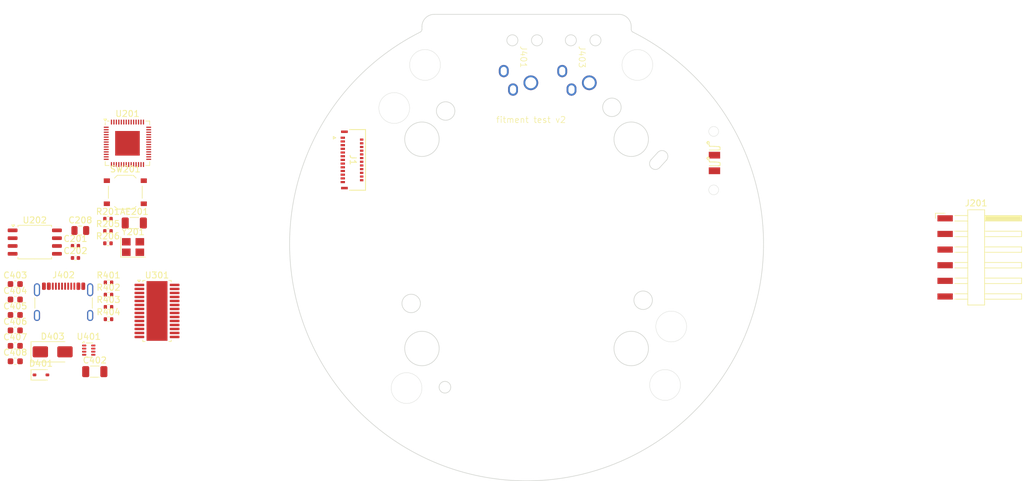
<source format=kicad_pcb>
(kicad_pcb (version 20240108) (generator "pcbnew") (generator_version "8.0")
  (layers (0 "F.Cu" signal) (1 "In1.Cu" signal) (2 "In2.Cu" signal) (31 "B.Cu" signal) (34 "B.Paste" user) (35 "F.Paste" user) (36 "B.SilkS" user "B.Silkscreen") (37 "F.SilkS" user "F.Silkscreen") (38 "B.Mask" user) (39 "F.Mask" user) (44 "Edge.Cuts" user))
  (net 0 "")
  (net 2 "PIN22")
  (net 3 "PIN9")
  (net 4 "PIN16")
  (net 5 "PIN17")
  (net 6 "PIN21")
  (net 7 "PIN14")
  (net 8 "PIN23")
  (net 9 "PIN1")
  (net 10 "PIN5")
  (net 11 "PIN19")
  (net 12 "PIN2")
  (net 13 "PIN12")
  (net 14 "PIN3")
  (net 15 "PIN20")
  (net 17 "PIN7")
  (net 18 "PIN13")
  (net 19 "PIN15")
  (net 20 "PIN11")
  (net 21 "PIN25")
  (net 22 "PIN6")
  (net 23 "PIN18")
  (net 24 "PIN10")
  (net 25 "PIN8")
  (net 26 "PIN4")
  (net 27 "PIN24")
  (net 29 "GND")
  (net 32 "Net-(AE201-FEED)")
  (net 33 "Net-(C201-Pad2)")
  (net 34 "SPI_DO")
  (net 35 "SPI_DI")
  (net 36 "VDD_SPI")
  (net 37 "SPI_CS0")
  (net 38 "SPI_HD")
  (net 39 "SPI_WP")
  (net 40 "SPI_CLK")
  (net 41 "USB-")
  (net 42 "/MCU/XTAL_N")
  (net 43 "/MCU/EN")
  (net 44 "+20V")
  (net 45 "/Power/BST")
  (net 46 "/Power/SW")
  (net 47 "+3V3")
  (net 48 "/Power/FB")
  (net 49 "Net-(D401-A)")
  (net 50 "/MCU/PROGRXD")
  (net 51 "3V3_RF")
  (net 52 "/MCU/GPIO0")
  (net 53 "/MCU/PROGTXD")
  (net 54 "Net-(J402-CC1)")
  (net 56 "Net-(J402-CC2)")
  (net 61 "3V3")
  (net 63 "/MCU/XTAL_P")
  (net 65 "USB+")
  (net 66 "I2S1_CLK")
  (net 70 "I2S1_SD")
  (net 72 "I2S0_SD")
  (net 74 "I2S1_FSYNC")
  (net 79 "I2C_SDL")
  (net 83 "ADR")
  (net 84 "PDN")
  (net 89 "I2C_SDA")
  (net 93 "Net-(U201-LNA_IN)")
  (net 94 "I2S0_CLK")
  (net 96 "I2S0_FSYNC")
  (net 100 "Net-(U301-OUT_B+)")
  (net 101 "Net-(U301-BST_A-)")
  (net 102 "Net-(U301-BST_A+)")
  (net 103 "PVDD")
  (net 104 "Net-(U301-VR_DIG)")
  (net 106 "Net-(U301-BST_B+)")
  (net 107 "Net-(U301-OUT_A+)")
  (net 108 "Net-(U301-BST_B-)")
  (net 109 "Net-(U301-AVDD)")
  (net 111 "Net-(U401-SS)")
  (footprint "Resistor_SMD:R_0402_1005Metric" (layer "F.Cu") (at 38.108168 78.159768)
    (property "Reference" "R205" (at 0 -1.17 0) (layer "F.SilkS"))
    (property "Value" "10k")
    (pad "1" smd roundrect (at -0.51 0) (size 0.54 0.64) (layers "F.Cu" "F.Paste" "F.Mask") (net 47 "+3V3"))
    (pad "2" smd roundrect (at 0.51 0) (size 0.54 0.64) (layers "F.Cu" "F.Paste" "F.Mask") (net 43 "/MCU/EN"))
  )
  (footprint "Capacitor_SMD:C_1206_3216Metric" (layer "F.Cu") (at 35.968168 100.999768)
    (property "Reference" "C402" (at 0 -1.85 0) (layer "F.SilkS"))
    (property "Value" "10u")
    (pad "1" smd roundrect (at -1.475 0) (size 1.15 1.8) (layers "F.Cu" "F.Paste" "F.Mask") (roundrect_rratio 0.217391) (net 44 "+20V"))
    (pad "2" smd roundrect (at 1.475 0) (size 1.15 1.8) (layers "F.Cu" "F.Paste" "F.Mask") (roundrect_rratio 0.217391) (net 29 "GND"))
  )
  (footprint "Resistor_SMD:R_0402_1005Metric" (layer "F.Cu") (at 38.108168 76.169768)
    (property "Reference" "R201" (at 0 -1.17 0) (layer "F.SilkS"))
    (property "Value" "22")
    (pad "1" smd roundrect (at -0.51 0) (size 0.54 0.64) (layers "F.Cu" "F.Paste" "F.Mask") (net 63 "/MCU/XTAL_P"))
    (pad "2" smd roundrect (at 0.51 0) (size 0.54 0.64) (layers "F.Cu" "F.Paste" "F.Mask") (net 33 "Net-(C201-Pad2)"))
  )
  (footprint "Resistor_SMD:R_0402_1005Metric" (layer "F.Cu") (at 38.198168 90.489768)
    (property "Reference" "R403" (at 0 -1.17 0) (layer "F.SilkS"))
    (property "Value" "68k")
    (pad "1" smd roundrect (at -0.51 0) (size 0.54 0.64) (layers "F.Cu" "F.Paste" "F.Mask") (net 48 "/Power/FB"))
    (pad "2" smd roundrect (at 0.51 0) (size 0.54 0.64) (layers "F.Cu" "F.Paste" "F.Mask") (net 47 "+3V3"))
  )
  (footprint "Capacitor_SMD:C_0603_1608Metric" (layer "F.Cu") (at 23.048168 89.279768)
    (property "Reference" "C404" (at 0 -1.43 0) (layer "F.SilkS"))
    (property "Value" "0.1u")
    (pad "1" smd roundrect (at -0.775 0) (size 0.9 0.95) (layers "F.Cu" "F.Paste" "F.Mask") (net 46 "/Power/SW"))
    (pad "2" smd roundrect (at 0.775 0) (size 0.9 0.95) (layers "F.Cu" "F.Paste" "F.Mask") (net 45 "/Power/BST"))
  )
  (footprint "Capacitor_SMD:C_1206_3216Metric" (layer "F.Cu") (at 42.388168 76.849768)
    (property "Reference" "AE201" (at 0 -1.85 0) (layer "F.SilkS"))
    (property "Value" "ANT3216LL00R2400A")
    (pad "1" smd roundrect (at -1.475 0) (size 1.15 1.8) (layers "F.Cu" "F.Paste" "F.Mask") (roundrect_rratio 0.217391) (net 32 "Net-(AE201-FEED)"))
    (pad "2" smd roundrect (at 1.475 0) (size 1.15 1.8) (layers "F.Cu" "F.Paste" "F.Mask") (roundrect_rratio 0.217391))
  )
  (footprint "Connector_USB:USB_C_Receptacle_GCT_USB4105-xx-A_16P_TopMnt_Horizontal" (layer "F.Cu") (at 30.898168 90.799768)
    (property "Reference" "J402" (at 0 -5.5 0) (layer "F.SilkS"))
    (property "Value" "USBC")
    (pad "" np_thru_hole circle (at -2.89 -2.605) (size 0.65 0.65) (drill 0.65) (layers "F&B.Cu" "*.Mask"))
    (pad "" np_thru_hole circle (at 2.89 -2.605) (size 0.65 0.65) (drill 0.65) (layers "F&B.Cu" "*.Mask"))
    (pad "A1" smd roundrect (at -3.2 -3.68) (size 0.6 1.15) (layers "F.Cu" "F.Paste" "F.Mask") (net 29 "GND"))
    (pad "A4" smd roundrect (at -2.4 -3.68) (size 0.6 1.15) (layers "F.Cu" "F.Paste" "F.Mask") (net 49 "Net-(D401-A)"))
    (pad "A5" smd roundrect (at -1.25 -3.68) (size 0.3 1.15) (layers "F.Cu" "F.Paste" "F.Mask") (net 54 "Net-(J402-CC1)"))
    (pad "A6" smd roundrect (at -0.25 -3.68) (size 0.3 1.15) (layers "F.Cu" "F.Paste" "F.Mask") (net 65 "USB+"))
    (pad "A7" smd roundrect (at 0.25 -3.68) (size 0.3 1.15) (layers "F.Cu" "F.Paste" "F.Mask") (net 41 "USB-"))
    (pad "A8" smd roundrect (at 1.25 -3.68) (size 0.3 1.15) (layers "F.Cu" "F.Paste" "F.Mask"))
    (pad "A9" smd roundrect (at 2.4 -3.68) (size 0.6 1.15) (layers "F.Cu" "F.Paste" "F.Mask") (net 49 "Net-(D401-A)"))
    (pad "A12" smd roundrect (at 3.2 -3.68) (size 0.6 1.15) (layers "F.Cu" "F.Paste" "F.Mask") (net 29 "GND"))
    (pad "B1" smd roundrect (at 3.2 -3.68) (size 0.6 1.15) (layers "F.Cu" "F.Paste" "F.Mask") (net 29 "GND"))
    (pad "B4" smd roundrect (at 2.4 -3.68) (size 0.6 1.15) (layers "F.Cu" "F.Paste" "F.Mask") (net 49 "Net-(D401-A)"))
    (pad "B5" smd roundrect (at 1.75 -3.68) (size 0.3 1.15) (layers "F.Cu" "F.Paste" "F.Mask") (net 56 "Net-(J402-CC2)"))
    (pad "B6" smd roundrect (at 0.75 -3.68) (size 0.3 1.15) (layers "F.Cu" "F.Paste" "F.Mask") (net 65 "USB+"))
    (pad "B7" smd roundrect (at -0.75 -3.68) (size 0.3 1.15) (layers "F.Cu" "F.Paste" "F.Mask") (net 41 "USB-"))
    (pad "B8" smd roundrect (at -1.75 -3.68) (size 0.3 1.15) (layers "F.Cu" "F.Paste" "F.Mask"))
    (pad "B9" smd roundrect (at -2.4 -3.68) (size 0.6 1.15) (layers "F.Cu" "F.Paste" "F.Mask") (net 49 "Net-(D401-A)"))
    (pad "B12" smd roundrect (at -3.2 -3.68) (size 0.6 1.15) (layers "F.Cu" "F.Paste" "F.Mask") (net 29 "GND"))
    (pad "S1" thru_hole oval (at -4.32 -3.105) (size 1 2.1) (drill oval 0.6 1.7) (layers "*.Cu" "*.Mask" "F.Paste"))
    (pad "S1" thru_hole oval (at -4.32 1.075) (size 1 1.8) (drill oval 0.6 1.4) (layers "*.Cu" "*.Mask" "F.Paste"))
    (pad "S1" thru_hole oval (at 4.32 -3.105) (size 1 2.1) (drill oval 0.6 1.7) (layers "*.Cu" "*.Mask" "F.Paste"))
    (pad "S1" thru_hole oval (at 4.32 1.075) (size 1 1.8) (drill oval 0.6 1.4) (layers "*.Cu" "*.Mask" "F.Paste"))
  )
  (footprint "Diode_SMD:D_SOD-323" (layer "F.Cu") (at 27.223168 101.529768)
    (property "Reference" "D401" (at 0 -1.85 0) (layer "F.SilkS"))
    (property "Value" "CUS05S40.H3F")
    (pad "1" smd roundrect (at -1.05 0) (size 0.6 0.45) (layers "F.Cu" "F.Paste" "F.Mask") (net 44 "+20V"))
    (pad "2" smd roundrect (at 1.05 0) (size 0.6 0.45) (layers "F.Cu" "F.Paste" "F.Mask") (net 49 "Net-(D401-A)"))
  )
  (footprint "Diode_SMD:D_SMA" (layer "F.Cu") (at 29.123168 97.779768)
    (property "Reference" "D403" (at 0 -2.5 0) (layer "F.SilkS"))
    (property "Value" "SMAJ22A")
    (pad "1" smd roundrect (at -2 0) (size 2.5 1.8) (layers "F.Cu" "F.Paste" "F.Mask") (roundrect_rratio 0.1388888889) (net 44 "+20V"))
    (pad "2" smd roundrect (at 2 0) (size 2.5 1.8) (layers "F.Cu" "F.Paste" "F.Mask") (roundrect_rratio 0.1388888889) (net 29 "GND"))
  )
  (footprint "Capacitor_SMD:C_0805_2012Metric" (layer "F.Cu") (at 33.618168 78.069768)
    (property "Reference" "C208" (at 0 -1.68 0) (layer "F.SilkS"))
    (property "Value" "10u")
    (pad "1" smd roundrect (at -0.95 0) (size 1 1.45) (layers "F.Cu" "F.Paste" "F.Mask") (net 29 "GND"))
    (pad "2" smd roundrect (at 0.95 0) (size 1 1.45) (layers "F.Cu" "F.Paste" "F.Mask") (net 43 "/MCU/EN"))
  )
  (footprint "Capacitor_SMD:C_0603_1608Metric" (layer "F.Cu") (at 23.048168 86.769768)
    (property "Reference" "C403" (at 0 -1.43 0) (layer "F.SilkS"))
    (property "Value" "100n")
    (pad "1" smd roundrect (at -0.775 0) (size 0.9 0.95) (layers "F.Cu" "F.Paste" "F.Mask") (net 29 "GND"))
    (pad "2" smd roundrect (at 0.775 0) (size 0.9 0.95) (layers "F.Cu" "F.Paste" "F.Mask") (net 44 "+20V"))
  )
  (footprint "Package_DFN_QFN:QFN-56-1EP_7x7mm_P0.4mm_EP4x4mm" (layer "F.Cu") (at 41.278168 63.899768)
    (property "Reference" "U201" (at 0 -4.8 0) (layer "F.SilkS"))
    (property "Value" "ESP32-S3R8")
    (pad "1" smd roundrect (at -3.45 -2.6) (size 0.8 0.2) (layers "F.Cu" "F.Paste" "F.Mask") (net 93 "Net-(U201-LNA_IN)"))
    (pad "2" smd roundrect (at -3.45 -2.2) (size 0.8 0.2) (layers "F.Cu" "F.Paste" "F.Mask") (net 51 "3V3_RF"))
    (pad "3" smd roundrect (at -3.45 -1.8) (size 0.8 0.2) (layers "F.Cu" "F.Paste" "F.Mask") (net 51 "3V3_RF"))
    (pad "4" smd roundrect (at -3.45 -1.4) (size 0.8 0.2) (layers "F.Cu" "F.Paste" "F.Mask") (net 43 "/MCU/EN"))
    (pad "5" smd roundrect (at -3.45 -1) (size 0.8 0.2) (layers "F.Cu" "F.Paste" "F.Mask") (net 52 "/MCU/GPIO0"))
    (pad "6" smd roundrect (at -3.45 -0.6) (size 0.8 0.2) (layers "F.Cu" "F.Paste" "F.Mask"))
    (pad "7" smd roundrect (at -3.45 -0.2) (size 0.8 0.2) (layers "F.Cu" "F.Paste" "F.Mask"))
    (pad "8" smd roundrect (at -3.45 0.2) (size 0.8 0.2) (layers "F.Cu" "F.Paste" "F.Mask"))
    (pad "9" smd roundrect (at -3.45 0.6) (size 0.8 0.2) (layers "F.Cu" "F.Paste" "F.Mask") (net 74 "I2S1_FSYNC"))
    (pad "10" smd roundrect (at -3.45 1) (size 0.8 0.2) (layers "F.Cu" "F.Paste" "F.Mask") (net 66 "I2S1_CLK"))
    (pad "11" smd roundrect (at -3.45 1.4) (size 0.8 0.2) (layers "F.Cu" "F.Paste" "F.Mask") (net 70 "I2S1_SD"))
    (pad "12" smd roundrect (at -3.45 1.8) (size 0.8 0.2) (layers "F.Cu" "F.Paste" "F.Mask"))
    (pad "13" smd roundrect (at -3.45 2.2) (size 0.8 0.2) (layers "F.Cu" "F.Paste" "F.Mask") (net 72 "I2S0_SD"))
    (pad "14" smd roundrect (at -3.45 2.6) (size 0.8 0.2) (layers "F.Cu" "F.Paste" "F.Mask") (net 94 "I2S0_CLK"))
    (pad "15" smd roundrect (at -2.6 3.45) (size 0.2 0.8) (layers "F.Cu" "F.Paste" "F.Mask") (net 96 "I2S0_FSYNC"))
    (pad "16" smd roundrect (at -2.2 3.45) (size 0.2 0.8) (layers "F.Cu" "F.Paste" "F.Mask"))
    (pad "17" smd roundrect (at -1.8 3.45) (size 0.2 0.8) (layers "F.Cu" "F.Paste" "F.Mask") (net 79 "I2C_SDL"))
    (pad "18" smd roundrect (at -1.4 3.45) (size 0.2 0.8) (layers "F.Cu" "F.Paste" "F.Mask") (net 89 "I2C_SDA"))
    (pad "19" smd roundrect (at -1 3.45) (size 0.2 0.8) (layers "F.Cu" "F.Paste" "F.Mask"))
    (pad "20" smd roundrect (at -0.6 3.45) (size 0.2 0.8) (layers "F.Cu" "F.Paste" "F.Mask") (net 61 "3V3"))
    (pad "21" smd roundrect (at -0.2 3.45) (size 0.2 0.8) (layers "F.Cu" "F.Paste" "F.Mask"))
    (pad "22" smd roundrect (at 0.2 3.45) (size 0.2 0.8) (layers "F.Cu" "F.Paste" "F.Mask"))
    (pad "23" smd roundrect (at 0.6 3.45) (size 0.2 0.8) (layers "F.Cu" "F.Paste" "F.Mask"))
    (pad "24" smd roundrect (at 1 3.45) (size 0.2 0.8) (layers "F.Cu" "F.Paste" "F.Mask"))
    (pad "25" smd roundrect (at 1.4 3.45) (size 0.2 0.8) (layers "F.Cu" "F.Paste" "F.Mask") (net 41 "USB-"))
    (pad "26" smd roundrect (at 1.8 3.45) (size 0.2 0.8) (layers "F.Cu" "F.Paste" "F.Mask") (net 65 "USB+"))
    (pad "27" smd roundrect (at 2.2 3.45) (size 0.2 0.8) (layers "F.Cu" "F.Paste" "F.Mask"))
    (pad "28" smd roundrect (at 2.6 3.45) (size 0.2 0.8) (layers "F.Cu" "F.Paste" "F.Mask"))
    (pad "29" smd roundrect (at 3.45 2.6) (size 0.8 0.2) (layers "F.Cu" "F.Paste" "F.Mask") (net 36 "VDD_SPI"))
    (pad "30" smd roundrect (at 3.45 2.2) (size 0.8 0.2) (layers "F.Cu" "F.Paste" "F.Mask") (net 38 "SPI_HD"))
    (pad "31" smd roundrect (at 3.45 1.8) (size 0.8 0.2) (layers "F.Cu" "F.Paste" "F.Mask") (net 39 "SPI_WP"))
    (pad "32" smd roundrect (at 3.45 1.4) (size 0.8 0.2) (layers "F.Cu" "F.Paste" "F.Mask") (net 37 "SPI_CS0"))
    (pad "33" smd roundrect (at 3.45 1) (size 0.8 0.2) (layers "F.Cu" "F.Paste" "F.Mask") (net 40 "SPI_CLK"))
    (pad "34" smd roundrect (at 3.45 0.6) (size 0.8 0.2) (layers "F.Cu" "F.Paste" "F.Mask") (net 34 "SPI_DO"))
    (pad "35" smd roundrect (at 3.45 0.2) (size 0.8 0.2) (layers "F.Cu" "F.Paste" "F.Mask") (net 35 "SPI_DI"))
    (pad "36" smd roundrect (at 3.45 -0.2) (size 0.8 0.2) (layers "F.Cu" "F.Paste" "F.Mask"))
    (pad "37" smd roundrect (at 3.45 -0.6) (size 0.8 0.2) (layers "F.Cu" "F.Paste" "F.Mask"))
    (pad "38" smd roundrect (at 3.45 -1) (size 0.8 0.2) (layers "F.Cu" "F.Paste" "F.Mask"))
    (pad "39" smd roundrect (at 3.45 -1.4) (size 0.8 0.2) (layers "F.Cu" "F.Paste" "F.Mask"))
    (pad "40" smd roundrect (at 3.45 -1.8) (size 0.8 0.2) (layers "F.Cu" "F.Paste" "F.Mask") (net 84 "PDN"))
    (pad "41" smd roundrect (at 3.45 -2.2) (size 0.8 0.2) (layers "F.Cu" "F.Paste" "F.Mask") (net 83 "ADR"))
    (pad "42" smd roundrect (at 3.45 -2.6) (size 0.8 0.2) (layers "F.Cu" "F.Paste" "F.Mask"))
    (pad "43" smd roundrect (at 2.6 -3.45) (size 0.2 0.8) (layers "F.Cu" "F.Paste" "F.Mask"))
    (pad "44" smd roundrect (at 2.2 -3.45) (size 0.2 0.8) (layers "F.Cu" "F.Paste" "F.Mask"))
    (pad "45" smd roundrect (at 1.8 -3.45) (size 0.2 0.8) (layers "F.Cu" "F.Paste" "F.Mask"))
    (pad "46" smd roundrect (at 1.4 -3.45) (size 0.2 0.8) (layers "F.Cu" "F.Paste" "F.Mask") (net 61 "3V3"))
    (pad "47" smd roundrect (at 1 -3.45) (size 0.2 0.8) (layers "F.Cu" "F.Paste" "F.Mask"))
    (pad "48" smd roundrect (at 0.6 -3.45) (size 0.2 0.8) (layers "F.Cu" "F.Paste" "F.Mask"))
    (pad "49" smd roundrect (at 0.2 -3.45) (size 0.2 0.8) (layers "F.Cu" "F.Paste" "F.Mask") (net 53 "/MCU/PROGTXD"))
    (pad "50" smd roundrect (at -0.2 -3.45) (size 0.2 0.8) (layers "F.Cu" "F.Paste" "F.Mask") (net 50 "/MCU/PROGRXD"))
    (pad "51" smd roundrect (at -0.6 -3.45) (size 0.2 0.8) (layers "F.Cu" "F.Paste" "F.Mask"))
    (pad "52" smd roundrect (at -1 -3.45) (size 0.2 0.8) (layers "F.Cu" "F.Paste" "F.Mask"))
    (pad "53" smd roundrect (at -1.4 -3.45) (size 0.2 0.8) (layers "F.Cu" "F.Paste" "F.Mask") (net 42 "/MCU/XTAL_N"))
    (pad "54" smd roundrect (at -1.8 -3.45) (size 0.2 0.8) (layers "F.Cu" "F.Paste" "F.Mask") (net 63 "/MCU/XTAL_P"))
    (pad "55" smd roundrect (at -2.2 -3.45) (size 0.2 0.8) (layers "F.Cu" "F.Paste" "F.Mask") (net 61 "3V3"))
    (pad "56" smd roundrect (at -2.6 -3.45) (size 0.2 0.8) (layers "F.Cu" "F.Paste" "F.Mask") (net 61 "3V3"))
    (pad "57" smd rect (at 0 0) (size 4 4) (property pad_prop_heatsink) (layers "F.Cu" "F.Mask") (net 29 "GND"))
  )
  (footprint "Crystal:Crystal_SMD_3225-4Pin_3.2x2.5mm" (layer "F.Cu") (at 42.188168 80.749768)
    (property "Reference" "Y201" (at 0 -2.45 0) (layer "F.SilkS"))
    (property "Value" "40MHz")
    (pad "1" smd rect (at -1.1 0.85) (size 1.4 1.2) (layers "F.Cu" "F.Paste" "F.Mask") (net 33 "Net-(C201-Pad2)"))
    (pad "2" smd rect (at 1.1 0.85) (size 1.4 1.2) (layers "F.Cu" "F.Paste" "F.Mask") (net 29 "GND"))
    (pad "3" smd rect (at 1.1 -0.85) (size 1.4 1.2) (layers "F.Cu" "F.Paste" "F.Mask") (net 42 "/MCU/XTAL_N"))
    (pad "4" smd rect (at -1.1 -0.85) (size 1.4 1.2) (layers "F.Cu" "F.Paste" "F.Mask") (net 29 "GND"))
  )
  (footprint "Capacitor_SMD:C_0402_1005Metric" (layer "F.Cu") (at 32.828168 82.529768)
    (property "Reference" "C202" (at 0 -1.16 0) (layer "F.SilkS"))
    (property "Value" "20pF")
    (pad "1" smd roundrect (at -0.48 0) (size 0.56 0.62) (layers "F.Cu" "F.Paste" "F.Mask") (net 29 "GND"))
    (pad "2" smd roundrect (at 0.48 0) (size 0.56 0.62) (layers "F.Cu" "F.Paste" "F.Mask") (net 42 "/MCU/XTAL_N"))
  )
  (footprint "Connector_Harwin:Harwin_M20-89006xx_1x06_P2.54mm_Horizontal" (layer "F.Cu") (at 179.647755 82.438749)
    (property "Reference" "J201" (at -0.48 -8.82 0) (layer "F.SilkS"))
    (property "Value" "eflashy32")
    (pad "" smd rect (at 3.895 -6.35) (size 6 0.76) (layers "F.SilkS"))
    (pad "1" smd rect (at -5.525 -6.35) (size 2.5 1) (layers "F.Cu" "F.Paste" "F.Mask") (net 29 "GND"))
    (pad "2" smd rect (at -5.525 -3.81) (size 2.5 1) (layers "F.Cu" "F.Paste" "F.Mask") (net 53 "/MCU/PROGTXD"))
    (pad "3" smd rect (at -5.525 -1.27) (size 2.5 1) (layers "F.Cu" "F.Paste" "F.Mask") (net 50 "/MCU/PROGRXD"))
    (pad "4" smd rect (at -5.525 1.27) (size 2.5 1) (layers "F.Cu" "F.Paste" "F.Mask") (net 47 "+3V3"))
    (pad "5" smd rect (at -5.525 3.81) (size 2.5 1) (layers "F.Cu" "F.Paste" "F.Mask") (net 43 "/MCU/EN"))
    (pad "6" smd rect (at -5.525 6.35) (size 2.5 1) (layers "F.Cu" "F.Paste" "F.Mask") (net 52 "/MCU/GPIO0"))
  )
  (footprint "alexa:SF2212" (layer "F.Cu") (at 136.647455 68.364621)
    (property "Reference" "J6" (hide yes))
    (property "Value" "SPK2")
    (pad "1" smd rect (at 0 0) (size 1.85 1.1) (layers "F.Cu" "F.Paste" "F.Mask"))
  )
  (footprint "Package_SO:TSSOP-28-1EP_4.4x9.7mm_P0.65mm_EP3.4x9.7mm_Mask3.1x4.05mm" (layer "F.Cu") (at 46.078168 91.139768)
    (property "Reference" "U301" (at 0 -5.8 0) (layer "F.SilkS"))
    (property "Value" "TAS5805M")
    (pad "1" smd roundrect (at -2.8625 -4.225) (size 1.575 0.4) (layers "F.Cu" "F.Paste" "F.Mask") (net 29 "GND"))
    (pad "2" smd roundrect (at -2.8625 -3.575) (size 1.575 0.4) (layers "F.Cu" "F.Paste" "F.Mask") (net 47 "+3V3"))
    (pad "3" smd roundrect (at -2.8625 -2.925) (size 1.575 0.4) (layers "F.Cu" "F.Paste" "F.Mask") (net 83 "ADR"))
    (pad "4" smd roundrect (at -2.8625 -2.275) (size 1.575 0.4) (layers "F.Cu" "F.Paste" "F.Mask") (net 104 "Net-(U301-VR_DIG)"))
    (pad "5" smd roundrect (at -2.8625 -1.625) (size 1.575 0.4) (layers "F.Cu" "F.Paste" "F.Mask") (net 29 "GND"))
    (pad "6" smd roundrect (at -2.8625 -0.975) (size 1.575 0.4) (layers "F.Cu" "F.Paste" "F.Mask") (net 74 "I2S1_FSYNC"))
    (pad "7" smd roundrect (at -2.8625 -0.325) (size 1.575 0.4) (layers "F.Cu" "F.Paste" "F.Mask") (net 66 "I2S1_CLK"))
    (pad "8" smd roundrect (at -2.8625 0.325) (size 1.575 0.4) (layers "F.Cu" "F.Paste" "F.Mask") (net 70 "I2S1_SD"))
    (pad "9" smd roundrect (at -2.8625 0.975) (size 1.575 0.4) (layers "F.Cu" "F.Paste" "F.Mask"))
    (pad "10" smd roundrect (at -2.8625 1.625) (size 1.575 0.4) (layers "F.Cu" "F.Paste" "F.Mask") (net 89 "I2C_SDA"))
    (pad "11" smd roundrect (at -2.8625 2.275) (size 1.575 0.4) (layers "F.Cu" "F.Paste" "F.Mask") (net 79 "I2C_SDL"))
    (pad "12" smd roundrect (at -2.8625 2.925) (size 1.575 0.4) (layers "F.Cu" "F.Paste" "F.Mask") (net 84 "PDN"))
    (pad "13" smd roundrect (at -2.8625 3.575) (size 1.575 0.4) (layers "F.Cu" "F.Paste" "F.Mask") (net 109 "Net-(U301-AVDD)"))
    (pad "14" smd roundrect (at -2.8625 4.225) (size 1.575 0.4) (layers "F.Cu" "F.Paste" "F.Mask") (net 29 "GND"))
    (pad "15" smd roundrect (at 2.8625 4.225) (size 1.575 0.4) (layers "F.Cu" "F.Paste" "F.Mask") (net 103 "PVDD"))
    (pad "16" smd roundrect (at 2.8625 3.575) (size 1.575 0.4) (layers "F.Cu" "F.Paste" "F.Mask") (net 103 "PVDD"))
    (pad "17" smd roundrect (at 2.8625 2.925) (size 1.575 0.4) (layers "F.Cu" "F.Paste" "F.Mask") (net 100 "Net-(U301-OUT_B+)"))
    (pad "18" smd roundrect (at 2.8625 2.275) (size 1.575 0.4) (layers "F.Cu" "F.Paste" "F.Mask") (net 106 "Net-(U301-BST_B+)"))
    (pad "19" smd roundrect (at 2.8625 1.625) (size 1.575 0.4) (layers "F.Cu" "F.Paste" "F.Mask") (net 29 "GND"))
    (pad "20" smd roundrect (at 2.8625 0.975) (size 1.575 0.4) (layers "F.Cu" "F.Paste" "F.Mask") (net 100 "Net-(U301-OUT_B+)"))
    (pad "21" smd roundrect (at 2.8625 0.325) (size 1.575 0.4) (layers "F.Cu" "F.Paste" "F.Mask") (net 108 "Net-(U301-BST_B-)"))
    (pad "22" smd roundrect (at 2.8625 -0.325) (size 1.575 0.4) (layers "F.Cu" "F.Paste" "F.Mask") (net 101 "Net-(U301-BST_A-)"))
    (pad "23" smd roundrect (at 2.8625 -0.975) (size 1.575 0.4) (layers "F.Cu" "F.Paste" "F.Mask") (net 107 "Net-(U301-OUT_A+)"))
    (pad "24" smd roundrect (at 2.8625 -1.625) (size 1.575 0.4) (layers "F.Cu" "F.Paste" "F.Mask") (net 29 "GND"))
    (pad "25" smd roundrect (at 2.8625 -2.275) (size 1.575 0.4) (layers "F.Cu" "F.Paste" "F.Mask") (net 102 "Net-(U301-BST_A+)"))
    (pad "26" smd roundrect (at 2.8625 -2.925) (size 1.575 0.4) (layers "F.Cu" "F.Paste" "F.Mask") (net 107 "Net-(U301-OUT_A+)"))
    (pad "27" smd roundrect (at 2.8625 -3.575) (size 1.575 0.4) (layers "F.Cu" "F.Paste" "F.Mask") (net 103 "PVDD"))
    (pad "28" smd roundrect (at 2.8625 -4.225) (size 1.575 0.4) (layers "F.Cu" "F.Paste" "F.Mask") (net 103 "PVDD"))
    (pad "29" smd rect (at 0 0) (size 3.4 9.7) (property pad_prop_heatsink) (layers "F.Cu") (net 29 "GND"))
  )
  (footprint "Capacitor_SMD:C_0603_1608Metric" (layer "F.Cu") (at 23.048168 96.809768)
    (property "Reference" "C407" (at 0 -1.43 0) (layer "F.SilkS"))
    (property "Value" "10u")
    (pad "1" smd roundrect (at -0.775 0) (size 0.9 0.95) (layers "F.Cu" "F.Paste" "F.Mask") (net 47 "+3V3"))
    (pad "2" smd roundrect (at 0.775 0) (size 0.9 0.95) (layers "F.Cu" "F.Paste" "F.Mask") (net 29 "GND"))
  )
  (footprint "Capacitor_SMD:C_0402_1005Metric" (layer "F.Cu") (at 32.828168 80.559768)
    (property "Reference" "C201" (at 0 -1.16 0) (layer "F.SilkS"))
    (property "Value" "20pF")
    (pad "1" smd roundrect (at -0.48 0) (size 0.56 0.62) (layers "F.Cu" "F.Paste" "F.Mask") (net 29 "GND"))
    (pad "2" smd roundrect (at 0.48 0) (size 0.56 0.62) (layers "F.Cu" "F.Paste" "F.Mask") (net 33 "Net-(C201-Pad2)"))
  )
  (footprint "Package_SO:SOIC-8_5.23x5.23mm_P1.27mm" (layer "F.Cu") (at 26.218168 79.949768)
    (property "Reference" "U202" (at 0 -3.56 0) (layer "F.SilkS"))
    (property "Value" "W25Q128JVSIQ")
    (pad "1" smd roundrect (at -3.6 -1.905) (size 1.6 0.6) (layers "F.Cu" "F.Paste" "F.Mask") (net 37 "SPI_CS0"))
    (pad "2" smd roundrect (at -3.6 -0.635) (size 1.6 0.6) (layers "F.Cu" "F.Paste" "F.Mask") (net 34 "SPI_DO"))
    (pad "3" smd roundrect (at -3.6 0.635) (size 1.6 0.6) (layers "F.Cu" "F.Paste" "F.Mask") (net 39 "SPI_WP"))
    (pad "4" smd roundrect (at -3.6 1.905) (size 1.6 0.6) (layers "F.Cu" "F.Paste" "F.Mask") (net 29 "GND"))
    (pad "5" smd roundrect (at 3.6 1.905) (size 1.6 0.6) (layers "F.Cu" "F.Paste" "F.Mask") (net 35 "SPI_DI"))
    (pad "6" smd roundrect (at 3.6 0.635) (size 1.6 0.6) (layers "F.Cu" "F.Paste" "F.Mask") (net 40 "SPI_CLK"))
    (pad "7" smd roundrect (at 3.6 -0.635) (size 1.6 0.6) (layers "F.Cu" "F.Paste" "F.Mask") (net 38 "SPI_HD"))
    (pad "8" smd roundrect (at 3.6 -1.905) (size 1.6 0.6) (layers "F.Cu" "F.Paste" "F.Mask") (net 36 "VDD_SPI"))
  )
  (footprint "Resistor_SMD:R_0402_1005Metric" (layer "F.Cu") (at 38.198168 92.479768)
    (property "Reference" "R404" (at 0 -1.17 0) (layer "F.SilkS"))
    (property "Value" "22k")
    (pad "1" smd roundrect (at -0.51 0) (size 0.54 0.64) (layers "F.Cu" "F.Paste" "F.Mask") (net 48 "/Power/FB"))
    (pad "2" smd roundrect (at 0.51 0) (size 0.54 0.64) (layers "F.Cu" "F.Paste" "F.Mask") (net 29 "GND"))
  )
  (footprint "Resistor_SMD:R_0402_1005Metric" (layer "F.Cu") (at 38.198168 86.509768)
    (property "Reference" "R401" (at 0 -1.17 0) (layer "F.SilkS"))
    (property "Value" "5k1")
    (pad "1" smd roundrect (at -0.51 0) (size 0.54 0.64) (layers "F.Cu" "F.Paste" "F.Mask") (net 56 "Net-(J402-CC2)"))
    (pad "2" smd roundrect (at 0.51 0) (size 0.54 0.64) (layers "F.Cu" "F.Paste" "F.Mask") (net 29 "GND"))
  )
  (footprint "Capacitor_SMD:C_0603_1608Metric" (layer "F.Cu") (at 23.048168 99.319768)
    (property "Reference" "C408" (at 0 -1.43 0) (layer "F.SilkS"))
    (property "Value" "10u")
    (pad "1" smd roundrect (at -0.775 0) (size 0.9 0.95) (layers "F.Cu" "F.Paste" "F.Mask") (net 47 "+3V3"))
    (pad "2" smd roundrect (at 0.775 0) (size 0.9 0.95) (layers "F.Cu" "F.Paste" "F.Mask") (net 29 "GND"))
  )
  (footprint "!esphome-dot:BarrelJack_AdamTech_ADC-055B-9" (layer "F.Cu") (at 115.122755 49.168749 -90)
    (property "Reference" "J403" (at 0.7 0 -90) (layer "F.SilkS") (effects (font (thickness 0.1))))
    (property "Value" "ADC-055B-9")
    (fp_circle (center -2 1.807009) (end -1.1 1.807009) (stroke (width 0.1)) (fill none) (layer "Edge.Cuts"))
    (fp_circle (center -2 -2.192991) (end -1.1 -2.192991) (stroke (width 0.1)) (fill none) (layer "Edge.Cuts"))
    (pad "1" thru_hole circle (at 4.9 -1.193 270) (size 2.4 2.4) (drill 1.8) (layers "*.Cu" "*.Mask") (net 44 "+20V"))
    (pad "2" thru_hole oval (at 3 3.207009 270) (size 2 1.6) (drill oval 1.4 1) (layers "*.Cu" "*.Mask") (net 29 "GND"))
    (pad "3" thru_hole oval (at 6 1.7 270) (size 2 1.6) (drill oval 1.4 1) (layers "*.Cu" "*.Mask"))
  )
  (footprint "!esphome-dot:BarrelJack_AdamTech_ADC-055B-9" (layer "F.Cu") (at 105.622755 49.168749 -90)
    (property "Reference" "J401" (at 0.7 0 -90) (layer "F.SilkS") (effects (font (thickness 0.1))))
    (property "Value" "ADC-055B-9")
    (fp_circle (center -2 1.807009) (end -1.1 1.807009) (stroke (width 0.1)) (fill none) (layer "Edge.Cuts"))
    (fp_circle (center -2 -2.192991) (end -1.1 -2.192991) (stroke (width 0.1)) (fill none) (layer "Edge.Cuts"))
    (pad "1" thru_hole circle (at 4.9 -1.193 270) (size 2.4 2.4) (drill 1.8) (layers "*.Cu" "*.Mask") (net 44 "+20V"))
    (pad "2" thru_hole oval (at 3 3.207009 270) (size 2 1.6) (drill oval 1.4 1) (layers "*.Cu" "*.Mask") (net 29 "GND"))
    (pad "3" thru_hole oval (at 6 1.7 270) (size 2 1.6) (drill oval 1.4 1) (layers "*.Cu" "*.Mask"))
  )
  (footprint "alexa:CONN_502598-2593_MOLEX" (layer "F.Cu") (at 77.9224 66.6 -90)
    (property "Reference" "J1" (at 0 0 -90) (layer "F.SilkS"))
    (property "Value" "Input")
    (pad "1" smd rect (at -3.599998 1.659999 270) (size 0.3556 0.7112) (layers "F.Cu" "F.Paste" "F.Mask") (net 9 "PIN1"))
    (pad "2" smd rect (at -3.299998 -1.405001 270) (size 0.3556 0.5588) (layers "F.Cu" "F.Paste" "F.Mask") (net 12 "PIN2"))
    (pad "3" smd rect (at -2.999999 1.659999 270) (size 0.3556 0.7112) (layers "F.Cu" "F.Paste" "F.Mask") (net 14 "PIN3"))
    (pad "4" smd rect (at -2.7 -1.405001 270) (size 0.3556 0.5588) (layers "F.Cu" "F.Paste" "F.Mask") (net 26 "PIN4"))
    (pad "5" smd rect (at -2.4 1.659999 270) (size 0.3556 0.7112) (layers "F.Cu" "F.Paste" "F.Mask") (net 10 "PIN5"))
    (pad "6" smd rect (at -2.099998 -1.405001 270) (size 0.3556 0.5588) (layers "F.Cu" "F.Paste" "F.Mask") (net 22 "PIN6"))
    (pad "7" smd rect (at -1.799999 1.659999 270) (size 0.3556 0.7112) (layers "F.Cu" "F.Paste" "F.Mask") (net 17 "PIN7"))
    (pad "8" smd rect (at -1.5 -1.405001 270) (size 0.3556 0.5588) (layers "F.Cu" "F.Paste" "F.Mask") (net 25 "PIN8"))
    (pad "9" smd rect (at -1.2 1.659999 270) (size 0.3556 0.7112) (layers "F.Cu" "F.Paste" "F.Mask") (net 3 "PIN9"))
    (pad "10" smd rect (at -0.900001 -1.405001 270) (size 0.3556 0.5588) (layers "F.Cu" "F.Paste" "F.Mask") (net 24 "PIN10"))
    (pad "11" smd rect (at -0.599999 1.659999 270) (size 0.3556 0.7112) (layers "F.Cu" "F.Paste" "F.Mask") (net 20 "PIN11"))
    (pad "12" smd rect (at -0.299999 -1.405001 270) (size 0.3556 0.5588) (layers "F.Cu" "F.Paste" "F.Mask") (net 13 "PIN12"))
    (pad "13" smd rect (at 0 1.659999 270) (size 0.3556 0.7112) (layers "F.Cu" "F.Paste" "F.Mask") (net 18 "PIN13"))
    (pad "14" smd rect (at 0.299999 -1.405001 270) (size 0.3556 0.5588) (layers "F.Cu" "F.Paste" "F.Mask") (net 7 "PIN14"))
    (pad "15" smd rect (at 0.599999 1.659999 270) (size 0.3556 0.7112) (layers "F.Cu" "F.Paste" "F.Mask") (net 19 "PIN15"))
    (pad "16" smd rect (at 0.900001 -1.405001 270) (size 0.3556 0.5588) (layers "F.Cu" "F.Paste" "F.Mask") (net 4 "PIN16"))
    (pad "17" smd rect (at 1.2 1.659999 270) (size 0.3556 0.7112) (layers "F.Cu" "F.Paste" "F.Mask") (net 5 "PIN17"))
    (pad "18" smd rect (at 1.5 -1.405001 270) (size 0.3556 0.5588) (layers "F.Cu" "F.Paste" "F.Mask") (net 23 "PIN18"))
    (pad "19" smd rect (at 1.799999 1.659999 270) (size 0.3556 0.7112) (layers "F.Cu" "F.Paste" "F.Mask") (net 11 "PIN19"))
    (pad "20" smd rect (at 2.099998 -1.405001 270) (size 0.3556 0.5588) (layers "F.Cu" "F.Paste" "F.Mask") (net 15 "PIN20"))
    (pad "21" smd rect (at 2.4 1.659999 270) (size 0.3556 0.7112) (layers "F.Cu" "F.Paste" "F.Mask") (net 6 "PIN21"))
    (pad "22" smd rect (at 2.7 -1.405001 270) (size 0.3556 0.5588) (layers "F.Cu" "F.Paste" "F.Mask") (net 2 "PIN22"))
    (pad "23" smd rect (at 2.999999 1.659999 270) (size 0.3556 0.7112) (layers "F.Cu" "F.Paste" "F.Mask") (net 8 "PIN23"))
    (pad "24" smd rect (at 3.299998 -1.405001 270) (size 0.3556 0.5588) (layers "F.Cu" "F.Paste" "F.Mask") (net 27 "PIN24"))
    (pad "25" smd rect (at 3.599998 1.659999 270) (size 0.3556 0.7112) (layers "F.Cu" "F.Paste" "F.Mask") (net 21 "PIN25"))
    (pad "MP" smd rect (at -4.575 1.394999 270) (size 0.4064 1.0922) (layers "F.Cu" "F.Paste" "F.Mask"))
    (pad "MP" smd rect (at 4.575 1.394999 270) (size 0.4064 1.0922) (layers "F.Cu" "F.Paste" "F.Mask"))
  )
  (footprint "Package_TO_SOT_SMD:SOT-583-8" (layer "F.Cu") (at 34.988168 97.504768)
    (property "Reference" "U401" (at 0 -2.2 0) (layer "F.SilkS"))
    (property "Value" "TPS62932")
    (pad "1" smd roundrect (at -0.74 -0.75) (size 0.67 0.3) (layers "F.Cu" "F.Paste" "F.Mask") (roundrect_rratio 0.1666666667) (net 29 "GND"))
    (pad "2" smd roundrect (at -0.74 -0.25) (size 0.67 0.3) (layers "F.Cu" "F.Paste" "F.Mask") (roundrect_rratio 0.1666666667))
    (pad "3" smd roundrect (at -0.74 0.25) (size 0.67 0.3) (layers "F.Cu" "F.Paste" "F.Mask") (roundrect_rratio 0.1666666667) (net 44 "+20V"))
    (pad "4" smd roundrect (at -0.74 0.75) (size 0.67 0.3) (layers "F.Cu" "F.Paste" "F.Mask") (roundrect_rratio 0.1666666667) (net 29 "GND"))
    (pad "5" smd roundrect (at 0.74 0.75) (size 0.67 0.3) (layers "F.Cu" "F.Paste" "F.Mask") (roundrect_rratio 0.1666666667) (net 46 "/Power/SW"))
    (pad "6" smd roundrect (at 0.74 0.25) (size 0.67 0.3) (layers "F.Cu" "F.Paste" "F.Mask") (roundrect_rratio 0.1666666667) (net 45 "/Power/BST"))
    (pad "7" smd roundrect (at 0.74 -0.25) (size 0.67 0.3) (layers "F.Cu" "F.Paste" "F.Mask") (roundrect_rratio 0.1666666667) (net 111 "Net-(U401-SS)"))
    (pad "8" smd roundrect (at 0.74 -0.75) (size 0.67 0.3) (layers "F.Cu" "F.Paste" "F.Mask") (roundrect_rratio 0.1666666667) (net 48 "/Power/FB"))
  )
  (footprint "Capacitor_SMD:C_0603_1608Metric" (layer "F.Cu") (at 23.048168 91.789768)
    (property "Reference" "C405" (at 0 -1.43 0) (layer "F.SilkS"))
    (property "Value" "10u")
    (pad "1" smd roundrect (at -0.775 0) (size 0.9 0.95) (layers "F.Cu" "F.Paste" "F.Mask") (net 47 "+3V3"))
    (pad "2" smd roundrect (at 0.775 0) (size 0.9 0.95) (layers "F.Cu" "F.Paste" "F.Mask") (net 29 "GND"))
  )
  (footprint "Resistor_SMD:R_0402_1005Metric" (layer "F.Cu") (at 38.198168 88.499768)
    (property "Reference" "R402" (at 0 -1.17 0) (layer "F.SilkS"))
    (property "Value" "5k1")
    (pad "1" smd roundrect (at -0.51 0) (size 0.54 0.64) (layers "F.Cu" "F.Paste" "F.Mask") (net 54 "Net-(J402-CC1)"))
    (pad "2" smd roundrect (at 0.51 0) (size 0.54 0.64) (layers "F.Cu" "F.Paste" "F.Mask") (net 29 "GND"))
  )
  (footprint "Resistor_SMD:R_0402_1005Metric" (layer "F.Cu") (at 38.108168 80.149768)
    (property "Reference" "R206" (at 0 -1.17 0) (layer "F.SilkS"))
    (property "Value" "10k")
    (pad "1" smd roundrect (at -0.51 0) (size 0.54 0.64) (layers "F.Cu" "F.Paste" "F.Mask") (net 47 "+3V3"))
    (pad "2" smd roundrect (at 0.51 0) (size 0.54 0.64) (layers "F.Cu" "F.Paste" "F.Mask") (net 52 "/MCU/GPIO0"))
  )
  (footprint "Button_Switch_SMD:SW_Push_1P1T_XKB_TS-1187A" (layer "F.Cu") (at 40.928168 71.849768)
    (property "Reference" "SW201" (at 0 -3.75 0) (layer "F.SilkS"))
    (property "Value" "RESET")
    (pad "1" smd rect (at -3 -1.875) (size 1 0.75) (layers "F.Cu" "F.Paste" "F.Mask") (net 52 "/MCU/GPIO0"))
    (pad "1" smd rect (at 3 -1.875) (size 1 0.75) (layers "F.Cu" "F.Paste" "F.Mask") (net 52 "/MCU/GPIO0"))
    (pad "2" smd rect (at -3 1.875) (size 1 0.75) (layers "F.Cu" "F.Paste" "F.Mask") (net 29 "GND"))
    (pad "2" smd rect (at 3 1.875) (size 1 0.75) (layers "F.Cu" "F.Paste" "F.Mask") (net 29 "GND"))
  )
  (footprint "Capacitor_SMD:C_0603_1608Metric" (layer "F.Cu") (at 23.048168 94.299768)
    (property "Reference" "C406" (at 0 -1.43 0) (layer "F.SilkS"))
    (property "Value" "27p")
    (pad "1" smd roundrect (at -0.775 0) (size 0.9 0.95) (layers "F.Cu" "F.Paste" "F.Mask") (net 47 "+3V3"))
    (pad "2" smd roundrect (at 0.775 0) (size 0.9 0.95) (layers "F.Cu" "F.Paste" "F.Mask") (net 48 "/Power/FB"))
  )
  (footprint "alexa:SF2212" (layer "F.Cu") (at 136.647455 65.824621)
    (property "Reference" "J5" (hide yes))
    (property "Value" "SPK1")
    (pad "1" smd rect (at 0 0) (size 1.85 1.1) (layers "F.Cu" "F.Paste" "F.Mask"))
  )
  (gr_circle (center 92.972479 58.652741) (end 94.472479 58.652741) (stroke (width 0.1)) (fill none) (layer "Edge.Cuts"))
  (gr_circle (center 89.122755 63.242106) (end 91.922755 63.242106) (stroke (width 0.1)) (fill none) (layer "Edge.Cuts"))
  (gr_circle (center 84.622755 58.168749) (end 86.122755 60.168749) (stroke (width 0.05)) (fill none) (layer "Edge.Cuts"))
  (gr_circle (center 119.987751 58.055719) (end 121.487751 58.055719) (stroke (width 0.1)) (fill none) (layer "Edge.Cuts"))
  (gr_arc (start 121.122755 42.948655) (mid 122.536969 43.534441) (end 123.122755 44.948655) (stroke (width 0.1)) (layer "Edge.Cuts"))
  (gr_circle (center 87.375392 89.921799) (end 88.875392 89.921799) (stroke (width 0.1)) (fill none) (layer "Edge.Cuts"))
  (gr_circle (center 86.622755 103.668749) (end 88.122755 105.668749) (stroke (width 0.05)) (fill none) (layer "Edge.Cuts"))
  (gr_circle (center 136.522755 61.968749) (end 137.322755 61.968749) (stroke (width 0.05)) (fill none) (layer "Edge.Cuts"))
  (gr_circle (center 124.122755 51.168749) (end 125.622755 53.168749) (stroke (width 0.05)) (fill none) (layer "Edge.Cuts"))
  (gr_circle (center 123.122755 63.242106) (end 125.922755 63.242106) (stroke (width 0.1)) (fill none) (layer "Edge.Cuts"))
  (gr_line (start 89.122755 44.948655) (end 89.122755 45.388842) (stroke (width 0.1)) (layer "Edge.Cuts"))
  (gr_line (start 121.122755 42.948655) (end 91.122755 42.948655) (stroke (width 0.1)) (layer "Edge.Cuts"))
  (gr_line (start 127.434531 65.38265) (end 126.353372 66.562097) (stroke (width 0.1)) (layer "Edge.Cuts"))
  (gr_line (start 127.753965 67.845974) (end 128.835124 66.666527) (stroke (width 0.1)) (layer "Edge.Cuts"))
  (gr_circle (center 136.522755 71.468749) (end 137.322755 71.468749) (stroke (width 0.05)) (fill none) (layer "Edge.Cuts"))
  (gr_circle (center 125.062443 89.399404) (end 126.562443 89.399404) (stroke (width 0.1)) (fill none) (layer "Edge.Cuts"))
  (gr_circle (center 89.122755 97.242106) (end 91.922755 97.242106) (stroke (width 0.1)) (fill none) (layer "Edge.Cuts"))
  (gr_line (start 123.122755 45.388842) (end 123.122755 44.948655) (stroke (width 0.1)) (layer "Edge.Cuts"))
  (gr_arc (start 123.398396 45.835679) (mid 123.197195 45.651353) (end 123.122755 45.388842) (stroke (width 0.1)) (layer "Edge.Cuts"))
  (gr_circle (center 92.858063 103.529183) (end 93.808063 103.529183) (stroke (width 0.1)) (fill none) (layer "Edge.Cuts"))
  (gr_arc (start 127.753965 67.845974) (mid 126.411725 67.904334) (end 126.353372 66.562097) (stroke (width 0.1)) (layer "Edge.Cuts"))
  (gr_arc (start 123.398396 45.835679) (mid 106.122755 118.742106) (end 88.847114 45.835679) (stroke (width 0.1)) (layer "Edge.Cuts"))
  (gr_circle (center 129.622755 93.668749) (end 131.122755 95.668749) (stroke (width 0.05)) (fill none) (layer "Edge.Cuts"))
  (gr_circle (center 89.622755 51.168749) (end 91.122755 53.168749) (stroke (width 0.05)) (fill none) (layer "Edge.Cuts"))
  (gr_circle (center 128.622755 103.168749) (end 130.122755 105.168749) (stroke (width 0.05)) (fill none) (layer "Edge.Cuts"))
  (gr_arc (start 89.122755 45.388842) (mid 89.048301 45.65135) (end 88.847114 45.835679) (stroke (width 0.1)) (layer "Edge.Cuts"))
  (gr_arc (start 89.122755 44.948655) (mid 89.708541 43.534441) (end 91.122755 42.948655) (stroke (width 0.1)) (layer "Edge.Cuts"))
  (gr_circle (center 123.122755 97.242106) (end 125.922755 97.242106) (stroke (width 0.1)) (fill none) (layer "Edge.Cuts"))
  (gr_arc (start 127.434531 65.38265) (mid 128.776761 65.324292) (end 128.835124 66.666527) (stroke (width 0.1)) (layer "Edge.Cuts"))
  (gr_text "fitment test v2" (at 101.122755 60.668749 0) (layer "F.SilkS") (effects (font (size 1 1) (thickness 0.1)) (justify left bottom)))
)
</source>
